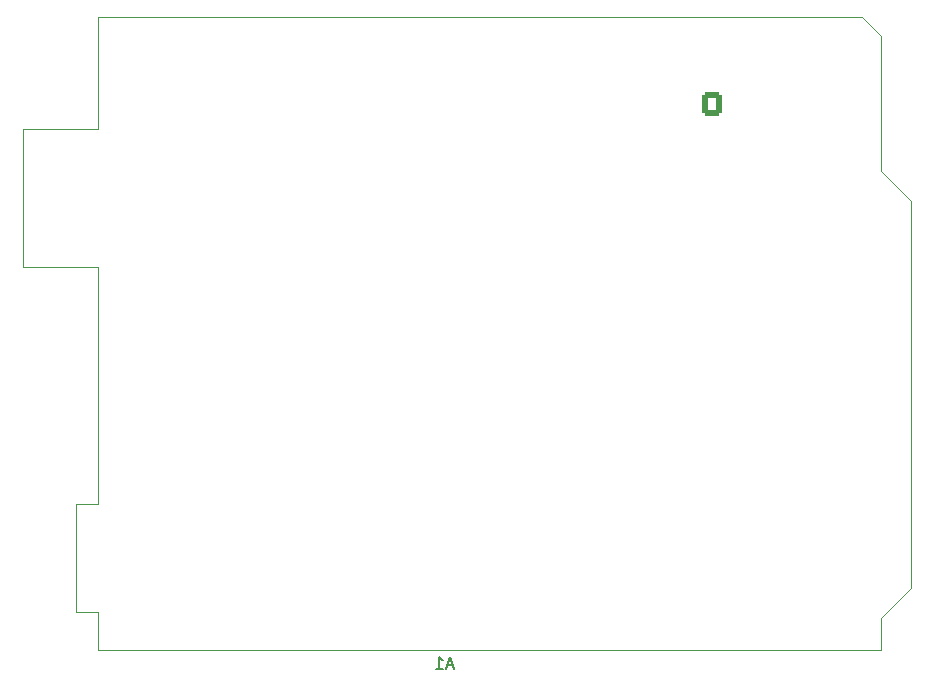
<source format=gbo>
%TF.GenerationSoftware,KiCad,Pcbnew,6.0.9-8da3e8f707~116~ubuntu20.04.1*%
%TF.CreationDate,2022-11-14T11:53:29+01:00*%
%TF.ProjectId,shield_b,73686965-6c64-45f6-922e-6b696361645f,1.2*%
%TF.SameCoordinates,Original*%
%TF.FileFunction,Legend,Bot*%
%TF.FilePolarity,Positive*%
%FSLAX46Y46*%
G04 Gerber Fmt 4.6, Leading zero omitted, Abs format (unit mm)*
G04 Created by KiCad (PCBNEW 6.0.9-8da3e8f707~116~ubuntu20.04.1) date 2022-11-14 11:53:29*
%MOMM*%
%LPD*%
G01*
G04 APERTURE LIST*
G04 Aperture macros list*
%AMRoundRect*
0 Rectangle with rounded corners*
0 $1 Rounding radius*
0 $2 $3 $4 $5 $6 $7 $8 $9 X,Y pos of 4 corners*
0 Add a 4 corners polygon primitive as box body*
4,1,4,$2,$3,$4,$5,$6,$7,$8,$9,$2,$3,0*
0 Add four circle primitives for the rounded corners*
1,1,$1+$1,$2,$3*
1,1,$1+$1,$4,$5*
1,1,$1+$1,$6,$7*
1,1,$1+$1,$8,$9*
0 Add four rect primitives between the rounded corners*
20,1,$1+$1,$2,$3,$4,$5,0*
20,1,$1+$1,$4,$5,$6,$7,0*
20,1,$1+$1,$6,$7,$8,$9,0*
20,1,$1+$1,$8,$9,$2,$3,0*%
G04 Aperture macros list end*
%ADD10C,0.150000*%
%ADD11C,0.120000*%
%ADD12R,1.600000X1.600000*%
%ADD13O,1.600000X1.600000*%
%ADD14C,1.600000*%
%ADD15R,1.800000X1.800000*%
%ADD16C,1.800000*%
%ADD17R,1.700000X1.700000*%
%ADD18O,1.700000X1.700000*%
%ADD19R,3.000000X3.000000*%
%ADD20C,3.000000*%
%ADD21C,2.000000*%
%ADD22RoundRect,0.250000X-0.600000X-0.725000X0.600000X-0.725000X0.600000X0.725000X-0.600000X0.725000X0*%
%ADD23O,1.700000X1.950000*%
%ADD24O,3.120000X3.640000*%
%ADD25R,2.200000X2.200000*%
%ADD26O,2.200000X2.200000*%
%ADD27R,2.000000X4.600000*%
%ADD28O,2.000000X4.200000*%
%ADD29O,4.200000X2.000000*%
%ADD30R,2.000000X2.000000*%
G04 APERTURE END LIST*
D10*
X100384285Y-96976666D02*
X99908095Y-96976666D01*
X100479523Y-97262380D02*
X100146190Y-96262380D01*
X99812857Y-97262380D01*
X98955714Y-97262380D02*
X99527142Y-97262380D01*
X99241428Y-97262380D02*
X99241428Y-96262380D01*
X99336666Y-96405238D01*
X99431904Y-96500476D01*
X99527142Y-96548095D01*
D11*
X68430000Y-92490000D02*
X68430000Y-83350000D01*
X139170000Y-90460000D02*
X136630000Y-93000000D01*
X136630000Y-95670000D02*
X70330000Y-95670000D01*
X136630000Y-43720000D02*
X136630000Y-55150000D01*
X63980000Y-63280000D02*
X63980000Y-51600000D01*
X136630000Y-55150000D02*
X139170000Y-57690000D01*
X63980000Y-51600000D02*
X70330000Y-51600000D01*
X70330000Y-95670000D02*
X70330000Y-92490000D01*
X70330000Y-63280000D02*
X63980000Y-63280000D01*
X70330000Y-92490000D02*
X68430000Y-92490000D01*
X139170000Y-57690000D02*
X139170000Y-90460000D01*
X70330000Y-51600000D02*
X70330000Y-42070000D01*
X134980000Y-42070000D02*
X136630000Y-43720000D01*
X68430000Y-83350000D02*
X70330000Y-83350000D01*
X70330000Y-42070000D02*
X134980000Y-42070000D01*
X136630000Y-93000000D02*
X136630000Y-95670000D01*
X70330000Y-83350000D02*
X70330000Y-63280000D01*
%LPC*%
D12*
X88392000Y-79492000D03*
D13*
X90932000Y-79492000D03*
X93472000Y-79492000D03*
X96012000Y-79492000D03*
X96012000Y-71872000D03*
X93472000Y-71872000D03*
X90932000Y-71872000D03*
X88392000Y-71872000D03*
D14*
X108000000Y-62100000D03*
D13*
X115620000Y-62100000D03*
D12*
X116596000Y-48150000D03*
D13*
X114056000Y-48150000D03*
X111516000Y-48150000D03*
X108976000Y-48150000D03*
X106436000Y-48150000D03*
X103896000Y-48150000D03*
X101356000Y-48150000D03*
X98816000Y-48150000D03*
X98816000Y-55770000D03*
X101356000Y-55770000D03*
X103896000Y-55770000D03*
X106436000Y-55770000D03*
X108976000Y-55770000D03*
X111516000Y-55770000D03*
X114056000Y-55770000D03*
X116596000Y-55770000D03*
D15*
X125150000Y-55375000D03*
D16*
X125150000Y-57915000D03*
D17*
X128700000Y-88650000D03*
D18*
X128700000Y-86110000D03*
X128700000Y-83570000D03*
X128700000Y-81030000D03*
D14*
X105700000Y-65100000D03*
D13*
X98080000Y-65100000D03*
D15*
X93980000Y-59949000D03*
D16*
X93980000Y-57409000D03*
D14*
X118080000Y-65100000D03*
D13*
X125700000Y-65100000D03*
D15*
X89408000Y-67564000D03*
D16*
X89408000Y-65024000D03*
D15*
X89408000Y-59949000D03*
D16*
X89408000Y-57409000D03*
D14*
X118080000Y-62100000D03*
D13*
X125700000Y-62100000D03*
D19*
X111760000Y-85850000D03*
D20*
X106680000Y-85850000D03*
D21*
X84328000Y-62432000D03*
X84328000Y-55932000D03*
D22*
X122300000Y-49450000D03*
D23*
X124800000Y-49450000D03*
X127300000Y-49450000D03*
X129800000Y-49450000D03*
X132300000Y-49450000D03*
D14*
X85090000Y-73112000D03*
X85090000Y-68112000D03*
X95600000Y-49300000D03*
X95600000Y-54300000D03*
X85090000Y-80478000D03*
X85090000Y-75478000D03*
X76708000Y-92964000D03*
D13*
X76708000Y-85344000D03*
D21*
X129250000Y-68750000D03*
X135750000Y-68750000D03*
X129250000Y-64250000D03*
X135750000Y-64250000D03*
X135750000Y-72050000D03*
X129250000Y-72050000D03*
X129250000Y-76550000D03*
X135750000Y-76550000D03*
D24*
X99366000Y-75438000D03*
X108966000Y-75438000D03*
D15*
X106666000Y-67938000D03*
D16*
X104166000Y-67938000D03*
X101666000Y-67938000D03*
D14*
X105700000Y-62100000D03*
D13*
X98080000Y-62100000D03*
D19*
X101092000Y-85852000D03*
D20*
X96012000Y-85852000D03*
D25*
X80518000Y-92710000D03*
D26*
X80518000Y-82550000D03*
D14*
X125700000Y-69350000D03*
D13*
X125700000Y-76970000D03*
D14*
X108000000Y-65100000D03*
D13*
X115620000Y-65100000D03*
D27*
X82000000Y-70950000D03*
D28*
X75700000Y-70950000D03*
D29*
X79100000Y-75750000D03*
D14*
X122174000Y-89360000D03*
D13*
X122174000Y-81740000D03*
D15*
X134350000Y-55375000D03*
D16*
X134350000Y-57915000D03*
D17*
X88700000Y-49291000D03*
D18*
X88700000Y-51831000D03*
X88700000Y-54371000D03*
D24*
X112450000Y-75375000D03*
X122050000Y-75375000D03*
D15*
X119750000Y-67875000D03*
D16*
X117250000Y-67875000D03*
X114750000Y-67875000D03*
D15*
X129750000Y-55375000D03*
D16*
X129750000Y-57915000D03*
D19*
X90424000Y-85850000D03*
D20*
X85344000Y-85850000D03*
D14*
X105700000Y-59100000D03*
D13*
X98080000Y-59100000D03*
D14*
X73660000Y-92964000D03*
D13*
X73660000Y-85344000D03*
D15*
X93980000Y-67569000D03*
D16*
X93980000Y-65029000D03*
D15*
X72550000Y-81026000D03*
D16*
X75090000Y-81026000D03*
X77630000Y-81026000D03*
D14*
X108000000Y-59100000D03*
D13*
X115620000Y-59100000D03*
D30*
X79930000Y-49350000D03*
X81200000Y-49350000D03*
D21*
X74850000Y-49350000D03*
X73600000Y-49350000D03*
D14*
X116078000Y-89360000D03*
D13*
X116078000Y-81740000D03*
D14*
X119126000Y-89360000D03*
D13*
X119126000Y-81740000D03*
D15*
X120550000Y-55375000D03*
D16*
X120550000Y-57915000D03*
D17*
X92300000Y-49291000D03*
D18*
X92300000Y-51831000D03*
X92300000Y-54371000D03*
D12*
X98400000Y-93000000D03*
D13*
X100940000Y-93000000D03*
X103480000Y-93000000D03*
X106020000Y-93000000D03*
X108560000Y-93000000D03*
X111100000Y-93000000D03*
X113640000Y-93000000D03*
X116180000Y-93000000D03*
X121260000Y-93000000D03*
X123800000Y-93000000D03*
X126340000Y-93000000D03*
X128880000Y-93000000D03*
X131420000Y-93000000D03*
X133960000Y-93000000D03*
X133960000Y-44740000D03*
X131420000Y-44740000D03*
X128880000Y-44740000D03*
X126340000Y-44740000D03*
X123800000Y-44740000D03*
X121260000Y-44740000D03*
X118720000Y-44740000D03*
X116180000Y-44740000D03*
X112120000Y-44740000D03*
X109580000Y-44740000D03*
X107040000Y-44740000D03*
X104500000Y-44740000D03*
X101960000Y-44740000D03*
X99420000Y-44740000D03*
X96880000Y-44740000D03*
X94340000Y-44740000D03*
X91800000Y-44740000D03*
X89260000Y-44740000D03*
M02*

</source>
